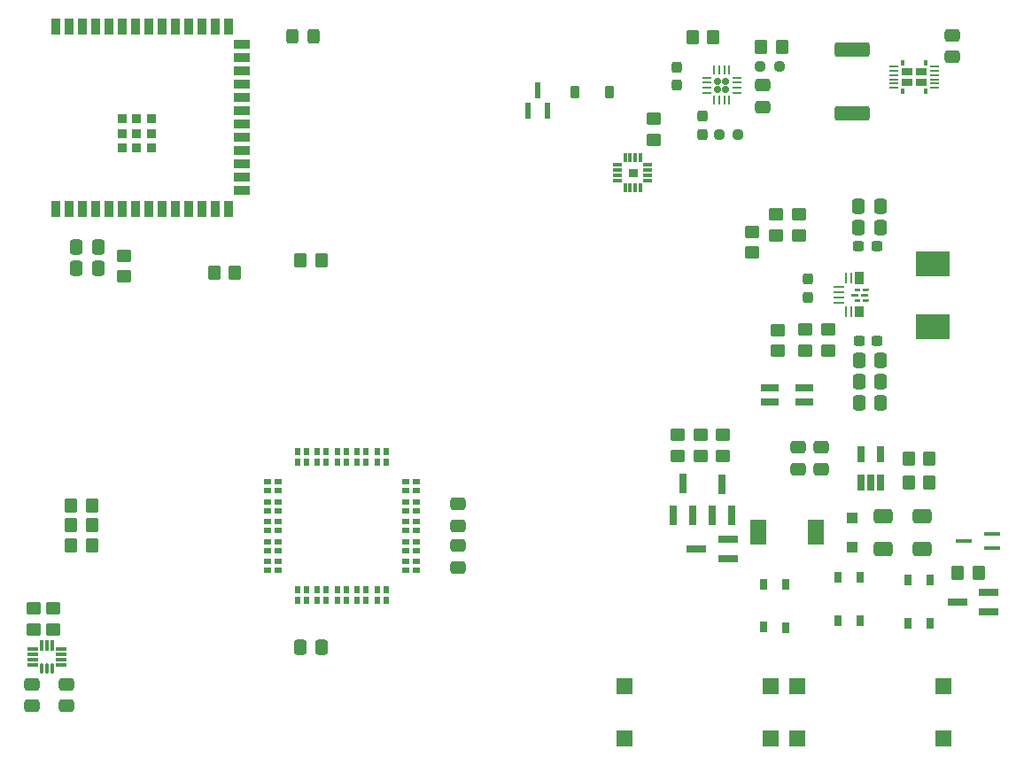
<source format=gtp>
G04 #@! TF.GenerationSoftware,KiCad,Pcbnew,7.0.7*
G04 #@! TF.CreationDate,2023-10-14T22:43:34-04:00*
G04 #@! TF.ProjectId,boardlock,626f6172-646c-46f6-936b-2e6b69636164,rev?*
G04 #@! TF.SameCoordinates,Original*
G04 #@! TF.FileFunction,Paste,Top*
G04 #@! TF.FilePolarity,Positive*
%FSLAX46Y46*%
G04 Gerber Fmt 4.6, Leading zero omitted, Abs format (unit mm)*
G04 Created by KiCad (PCBNEW 7.0.7) date 2023-10-14 22:43:34*
%MOMM*%
%LPD*%
G01*
G04 APERTURE LIST*
G04 Aperture macros list*
%AMRoundRect*
0 Rectangle with rounded corners*
0 $1 Rounding radius*
0 $2 $3 $4 $5 $6 $7 $8 $9 X,Y pos of 4 corners*
0 Add a 4 corners polygon primitive as box body*
4,1,4,$2,$3,$4,$5,$6,$7,$8,$9,$2,$3,0*
0 Add four circle primitives for the rounded corners*
1,1,$1+$1,$2,$3*
1,1,$1+$1,$4,$5*
1,1,$1+$1,$6,$7*
1,1,$1+$1,$8,$9*
0 Add four rect primitives between the rounded corners*
20,1,$1+$1,$2,$3,$4,$5,0*
20,1,$1+$1,$4,$5,$6,$7,0*
20,1,$1+$1,$6,$7,$8,$9,0*
20,1,$1+$1,$8,$9,$2,$3,0*%
G04 Aperture macros list end*
%ADD10C,0.010000*%
%ADD11RoundRect,0.237500X0.250000X0.237500X-0.250000X0.237500X-0.250000X-0.237500X0.250000X-0.237500X0*%
%ADD12RoundRect,0.250000X-0.450000X0.350000X-0.450000X-0.350000X0.450000X-0.350000X0.450000X0.350000X0*%
%ADD13RoundRect,0.250000X-0.350000X-0.450000X0.350000X-0.450000X0.350000X0.450000X-0.350000X0.450000X0*%
%ADD14RoundRect,0.250000X0.650000X-0.412500X0.650000X0.412500X-0.650000X0.412500X-0.650000X-0.412500X0*%
%ADD15RoundRect,0.250000X-0.337500X-0.475000X0.337500X-0.475000X0.337500X0.475000X-0.337500X0.475000X0*%
%ADD16R,0.599999X1.500000*%
%ADD17RoundRect,0.237500X0.237500X-0.300000X0.237500X0.300000X-0.237500X0.300000X-0.237500X-0.300000X0*%
%ADD18R,0.800000X1.900000*%
%ADD19RoundRect,0.087500X-0.437500X-0.087500X0.437500X-0.087500X0.437500X0.087500X-0.437500X0.087500X0*%
%ADD20RoundRect,0.087500X-0.087500X-0.412500X0.087500X-0.412500X0.087500X0.412500X-0.087500X0.412500X0*%
%ADD21RoundRect,0.087500X-0.087500X-0.462500X0.087500X-0.462500X0.087500X0.462500X-0.087500X0.462500X0*%
%ADD22RoundRect,0.237500X-0.300000X-0.237500X0.300000X-0.237500X0.300000X0.237500X-0.300000X0.237500X0*%
%ADD23R,0.650000X1.050000*%
%ADD24RoundRect,0.250000X-0.475000X0.337500X-0.475000X-0.337500X0.475000X-0.337500X0.475000X0.337500X0*%
%ADD25R,1.790000X0.800000*%
%ADD26R,1.500000X2.400000*%
%ADD27R,1.900000X0.800000*%
%ADD28RoundRect,0.249999X-1.425001X0.450001X-1.425001X-0.450001X1.425001X-0.450001X1.425001X0.450001X0*%
%ADD29RoundRect,0.160000X0.160000X0.160000X-0.160000X0.160000X-0.160000X-0.160000X0.160000X-0.160000X0*%
%ADD30RoundRect,0.062500X0.375000X0.062500X-0.375000X0.062500X-0.375000X-0.062500X0.375000X-0.062500X0*%
%ADD31RoundRect,0.062500X0.062500X0.375000X-0.062500X0.375000X-0.062500X-0.375000X0.062500X-0.375000X0*%
%ADD32R,1.049999X0.240000*%
%ADD33R,0.240000X0.999999*%
%ADD34R,0.849998X1.050000*%
%ADD35R,0.850000X1.150000*%
%ADD36R,0.245000X1.099999*%
%ADD37R,0.240000X1.099999*%
%ADD38RoundRect,0.250000X0.450000X-0.350000X0.450000X0.350000X-0.450000X0.350000X-0.450000X-0.350000X0*%
%ADD39R,0.200000X0.200000*%
%ADD40O,0.850000X0.200000*%
%ADD41R,0.400000X0.575000*%
%ADD42R,1.100000X0.775000*%
%ADD43RoundRect,0.237500X-0.250000X-0.237500X0.250000X-0.237500X0.250000X0.237500X-0.250000X0.237500X0*%
%ADD44R,1.500000X0.450000*%
%ADD45R,0.650000X1.560000*%
%ADD46R,0.720000X0.580000*%
%ADD47R,0.580000X0.720000*%
%ADD48RoundRect,0.250000X0.350000X0.450000X-0.350000X0.450000X-0.350000X-0.450000X0.350000X-0.450000X0*%
%ADD49RoundRect,0.250000X0.475000X-0.337500X0.475000X0.337500X-0.475000X0.337500X-0.475000X-0.337500X0*%
%ADD50RoundRect,0.008100X-0.411900X-0.126900X0.411900X-0.126900X0.411900X0.126900X-0.411900X0.126900X0*%
%ADD51RoundRect,0.008100X0.126900X-0.411900X0.126900X0.411900X-0.126900X0.411900X-0.126900X-0.411900X0*%
%ADD52R,0.900000X1.500000*%
%ADD53R,1.500000X0.900000*%
%ADD54R,0.900000X0.900000*%
%ADD55R,3.251200X2.489200*%
%ADD56R,1.550000X1.600000*%
%ADD57RoundRect,0.250000X0.337500X0.475000X-0.337500X0.475000X-0.337500X-0.475000X0.337500X-0.475000X0*%
%ADD58RoundRect,0.250000X0.325000X0.450000X-0.325000X0.450000X-0.325000X-0.450000X0.325000X-0.450000X0*%
%ADD59RoundRect,0.225000X0.225000X0.375000X-0.225000X0.375000X-0.225000X-0.375000X0.225000X-0.375000X0*%
%ADD60RoundRect,0.250000X0.300000X-0.300000X0.300000X0.300000X-0.300000X0.300000X-0.300000X-0.300000X0*%
%ADD61RoundRect,0.237500X-0.237500X0.300000X-0.237500X-0.300000X0.237500X-0.300000X0.237500X0.300000X0*%
G04 APERTURE END LIST*
G36*
X191366155Y-92560562D02*
G01*
X191375535Y-92563406D01*
X191384179Y-92568027D01*
X191391756Y-92574245D01*
X191397974Y-92581821D01*
X191402594Y-92590465D01*
X191405439Y-92599845D01*
X191406402Y-92609601D01*
X191406402Y-92759599D01*
X191405439Y-92769355D01*
X191402594Y-92778735D01*
X191397974Y-92787379D01*
X191391756Y-92794955D01*
X191384179Y-92801173D01*
X191375535Y-92805794D01*
X191366155Y-92808638D01*
X191356402Y-92809598D01*
X190736400Y-92809598D01*
X190726644Y-92808638D01*
X190717264Y-92805794D01*
X190708620Y-92801173D01*
X190701044Y-92794955D01*
X190694826Y-92787379D01*
X190690205Y-92778735D01*
X190687361Y-92769355D01*
X190686400Y-92759599D01*
X190686400Y-92609601D01*
X190687361Y-92599845D01*
X190690205Y-92590465D01*
X190694826Y-92581821D01*
X190701044Y-92574245D01*
X190708620Y-92568027D01*
X190717264Y-92563406D01*
X190726644Y-92560562D01*
X190736400Y-92559602D01*
X191356402Y-92559602D01*
X191366155Y-92560562D01*
G37*
G36*
X191541654Y-92060563D02*
G01*
X191551034Y-92063407D01*
X191559678Y-92068028D01*
X191567255Y-92074246D01*
X191573473Y-92081822D01*
X191578095Y-92090466D01*
X191580940Y-92099846D01*
X191581900Y-92109602D01*
X191581900Y-92259602D01*
X191580940Y-92269356D01*
X191578095Y-92278736D01*
X191573473Y-92287380D01*
X191567255Y-92294956D01*
X191559678Y-92301174D01*
X191551034Y-92305795D01*
X191541654Y-92308639D01*
X191531900Y-92309602D01*
X191056900Y-92309602D01*
X191047146Y-92308639D01*
X191037766Y-92305795D01*
X191029123Y-92301174D01*
X191021546Y-92294956D01*
X191015328Y-92287380D01*
X191010705Y-92278736D01*
X191007860Y-92269356D01*
X191006900Y-92259602D01*
X191006900Y-92109602D01*
X191007860Y-92099846D01*
X191010705Y-92090466D01*
X191015328Y-92081822D01*
X191021546Y-92074246D01*
X191029123Y-92068028D01*
X191037766Y-92063407D01*
X191047146Y-92060563D01*
X191056900Y-92059603D01*
X191531900Y-92059603D01*
X191541654Y-92060563D01*
G37*
G36*
X191541654Y-93060561D02*
G01*
X191551034Y-93063405D01*
X191559678Y-93068026D01*
X191567255Y-93074244D01*
X191573473Y-93081820D01*
X191578095Y-93090464D01*
X191580940Y-93099844D01*
X191581900Y-93109598D01*
X191581900Y-93259598D01*
X191580940Y-93269354D01*
X191578095Y-93278734D01*
X191573473Y-93287378D01*
X191567255Y-93294954D01*
X191559678Y-93301172D01*
X191551034Y-93305793D01*
X191541654Y-93308637D01*
X191531900Y-93309597D01*
X191056900Y-93309597D01*
X191047146Y-93308637D01*
X191037766Y-93305793D01*
X191029123Y-93301172D01*
X191021546Y-93294954D01*
X191015328Y-93287378D01*
X191010705Y-93278734D01*
X191007860Y-93269354D01*
X191006900Y-93259598D01*
X191006900Y-93109598D01*
X191007860Y-93099844D01*
X191010705Y-93090464D01*
X191015328Y-93081820D01*
X191021546Y-93074244D01*
X191029123Y-93068026D01*
X191037766Y-93063405D01*
X191047146Y-93060561D01*
X191056900Y-93059598D01*
X191531900Y-93059598D01*
X191541654Y-93060561D01*
G37*
G36*
X191766154Y-91335563D02*
G01*
X191775535Y-91338408D01*
X191784178Y-91343028D01*
X191791755Y-91349246D01*
X191797973Y-91356823D01*
X191802596Y-91365466D01*
X191805441Y-91374846D01*
X191806401Y-91384600D01*
X191806401Y-91534600D01*
X191805441Y-91544356D01*
X191802596Y-91553736D01*
X191797973Y-91562380D01*
X191791755Y-91569957D01*
X191784178Y-91576174D01*
X191775535Y-91580795D01*
X191766154Y-91583640D01*
X191756401Y-91584600D01*
X191106400Y-91584600D01*
X191096646Y-91583640D01*
X191087266Y-91580795D01*
X191078622Y-91576174D01*
X191071045Y-91569957D01*
X191064827Y-91562380D01*
X191060205Y-91553736D01*
X191057360Y-91544356D01*
X191056400Y-91534600D01*
X191056400Y-91384600D01*
X191057360Y-91374846D01*
X191060205Y-91365466D01*
X191064827Y-91356823D01*
X191071045Y-91349246D01*
X191078622Y-91343028D01*
X191087266Y-91338408D01*
X191096646Y-91335563D01*
X191106400Y-91334600D01*
X191756401Y-91334600D01*
X191766154Y-91335563D01*
G37*
G36*
X191766154Y-93785560D02*
G01*
X191775535Y-93788405D01*
X191784178Y-93793026D01*
X191791755Y-93799243D01*
X191797973Y-93806820D01*
X191802596Y-93815464D01*
X191805441Y-93824844D01*
X191806401Y-93834600D01*
X191806401Y-93984600D01*
X191805441Y-93994354D01*
X191802596Y-94003734D01*
X191797973Y-94012377D01*
X191791755Y-94019954D01*
X191784178Y-94026172D01*
X191775535Y-94030792D01*
X191766154Y-94033637D01*
X191756401Y-94034600D01*
X191106400Y-94034600D01*
X191096646Y-94033637D01*
X191087266Y-94030792D01*
X191078622Y-94026172D01*
X191071045Y-94019954D01*
X191064827Y-94012377D01*
X191060205Y-94003734D01*
X191057360Y-93994354D01*
X191056400Y-93984600D01*
X191056400Y-93834600D01*
X191057360Y-93824844D01*
X191060205Y-93815464D01*
X191064827Y-93806820D01*
X191071045Y-93799243D01*
X191078622Y-93793026D01*
X191087266Y-93788405D01*
X191096646Y-93785560D01*
X191106400Y-93784600D01*
X191756401Y-93784600D01*
X191766154Y-93785560D01*
G37*
G36*
X191266153Y-93785560D02*
G01*
X191275533Y-93788405D01*
X191284177Y-93793028D01*
X191291754Y-93799246D01*
X191297971Y-93806823D01*
X191302592Y-93815466D01*
X191305437Y-93824847D01*
X191306399Y-93834600D01*
X191306399Y-94334599D01*
X191305437Y-94344353D01*
X191302592Y-94353733D01*
X191297971Y-94362377D01*
X191291754Y-94369954D01*
X191284177Y-94376171D01*
X191275533Y-94380794D01*
X191266153Y-94383639D01*
X191256399Y-94384599D01*
X191106400Y-94384599D01*
X191096643Y-94383639D01*
X191087263Y-94380794D01*
X191078620Y-94376171D01*
X191071043Y-94369954D01*
X191064825Y-94362377D01*
X191060205Y-94353733D01*
X191057360Y-94344353D01*
X191056400Y-94334599D01*
X191056400Y-93834600D01*
X191057360Y-93824847D01*
X191060205Y-93815466D01*
X191064825Y-93806823D01*
X191071043Y-93799246D01*
X191078620Y-93793028D01*
X191087263Y-93788405D01*
X191096643Y-93785560D01*
X191106400Y-93784600D01*
X191256399Y-93784600D01*
X191266153Y-93785560D01*
G37*
G36*
X191266153Y-90985561D02*
G01*
X191275533Y-90988406D01*
X191284177Y-90993029D01*
X191291754Y-90999246D01*
X191297971Y-91006823D01*
X191302592Y-91015467D01*
X191305437Y-91024847D01*
X191306399Y-91034601D01*
X191306399Y-91534600D01*
X191305437Y-91544353D01*
X191302592Y-91553734D01*
X191297971Y-91562377D01*
X191291754Y-91569954D01*
X191284177Y-91576172D01*
X191275533Y-91580795D01*
X191266153Y-91583640D01*
X191256399Y-91584600D01*
X191106400Y-91584600D01*
X191096643Y-91583640D01*
X191087263Y-91580795D01*
X191078620Y-91576172D01*
X191071043Y-91569954D01*
X191064825Y-91562377D01*
X191060205Y-91553734D01*
X191057360Y-91544353D01*
X191056400Y-91534600D01*
X191056400Y-91034601D01*
X191057360Y-91024847D01*
X191060205Y-91015467D01*
X191064825Y-91006823D01*
X191071043Y-90999246D01*
X191078620Y-90993029D01*
X191087263Y-90988406D01*
X191096643Y-90985561D01*
X191106400Y-90984601D01*
X191256399Y-90984601D01*
X191266153Y-90985561D01*
G37*
G36*
X192286156Y-92560562D02*
G01*
X192295536Y-92563406D01*
X192304180Y-92568027D01*
X192311757Y-92574245D01*
X192317975Y-92581821D01*
X192322595Y-92590465D01*
X192325440Y-92599845D01*
X192326402Y-92609601D01*
X192326402Y-92759599D01*
X192325440Y-92769355D01*
X192322595Y-92778735D01*
X192317975Y-92787379D01*
X192311757Y-92794955D01*
X192304180Y-92801173D01*
X192295536Y-92805794D01*
X192286156Y-92808638D01*
X192276402Y-92809598D01*
X191656401Y-92809598D01*
X191646645Y-92808638D01*
X191637265Y-92805794D01*
X191628621Y-92801173D01*
X191621044Y-92794955D01*
X191614826Y-92787379D01*
X191610206Y-92778735D01*
X191607361Y-92769355D01*
X191606401Y-92759599D01*
X191606401Y-92609601D01*
X191607361Y-92599845D01*
X191610206Y-92590465D01*
X191614826Y-92581821D01*
X191621044Y-92574245D01*
X191628621Y-92568027D01*
X191637265Y-92563406D01*
X191646645Y-92560562D01*
X191656401Y-92559602D01*
X192276402Y-92559602D01*
X192286156Y-92560562D01*
G37*
G36*
X191766157Y-93785560D02*
G01*
X191775537Y-93788405D01*
X191784181Y-93793028D01*
X191791758Y-93799246D01*
X191797976Y-93806823D01*
X191802596Y-93815466D01*
X191805441Y-93824847D01*
X191806401Y-93834600D01*
X191806401Y-94334599D01*
X191805441Y-94344353D01*
X191802596Y-94353733D01*
X191797976Y-94362377D01*
X191791758Y-94369954D01*
X191784181Y-94376171D01*
X191775537Y-94380794D01*
X191766157Y-94383639D01*
X191756401Y-94384599D01*
X191606401Y-94384599D01*
X191596648Y-94383639D01*
X191587267Y-94380794D01*
X191578624Y-94376171D01*
X191571047Y-94369954D01*
X191564829Y-94362377D01*
X191560209Y-94353733D01*
X191557364Y-94344353D01*
X191556401Y-94334599D01*
X191556401Y-93834600D01*
X191557364Y-93824847D01*
X191560209Y-93815466D01*
X191564829Y-93806823D01*
X191571047Y-93799246D01*
X191578624Y-93793028D01*
X191587267Y-93788405D01*
X191596648Y-93785560D01*
X191606401Y-93784600D01*
X191756401Y-93784600D01*
X191766157Y-93785560D01*
G37*
G36*
X191766157Y-90985561D02*
G01*
X191775537Y-90988406D01*
X191784181Y-90993029D01*
X191791758Y-90999246D01*
X191797976Y-91006823D01*
X191802596Y-91015467D01*
X191805441Y-91024847D01*
X191806401Y-91034601D01*
X191806401Y-91534600D01*
X191805441Y-91544353D01*
X191802596Y-91553734D01*
X191797976Y-91562377D01*
X191791758Y-91569954D01*
X191784181Y-91576172D01*
X191775537Y-91580795D01*
X191766157Y-91583640D01*
X191756401Y-91584600D01*
X191606401Y-91584600D01*
X191596648Y-91583640D01*
X191587267Y-91580795D01*
X191578624Y-91576172D01*
X191571047Y-91569954D01*
X191564829Y-91562377D01*
X191560209Y-91553734D01*
X191557364Y-91544353D01*
X191556401Y-91534600D01*
X191556401Y-91034601D01*
X191557364Y-91024847D01*
X191560209Y-91015467D01*
X191564829Y-91006823D01*
X191571047Y-90999246D01*
X191578624Y-90993029D01*
X191587267Y-90988406D01*
X191596648Y-90985561D01*
X191606401Y-90984601D01*
X191756401Y-90984601D01*
X191766157Y-90985561D01*
G37*
G36*
X192316654Y-92060563D02*
G01*
X192326034Y-92063407D01*
X192334678Y-92068028D01*
X192342254Y-92074246D01*
X192348472Y-92081822D01*
X192353095Y-92090466D01*
X192355940Y-92099846D01*
X192356900Y-92109602D01*
X192356900Y-92259602D01*
X192355940Y-92269356D01*
X192353095Y-92278736D01*
X192348472Y-92287380D01*
X192342254Y-92294956D01*
X192334678Y-92301174D01*
X192326034Y-92305795D01*
X192316654Y-92308639D01*
X192306900Y-92309602D01*
X191831900Y-92309602D01*
X191822146Y-92308639D01*
X191812766Y-92305795D01*
X191804122Y-92301174D01*
X191796546Y-92294956D01*
X191790328Y-92287380D01*
X191785705Y-92278736D01*
X191782860Y-92269356D01*
X191781900Y-92259602D01*
X191781900Y-92109602D01*
X191782860Y-92099846D01*
X191785705Y-92090466D01*
X191790328Y-92081822D01*
X191796546Y-92074246D01*
X191804122Y-92068028D01*
X191812766Y-92063407D01*
X191822146Y-92060563D01*
X191831900Y-92059603D01*
X192306900Y-92059603D01*
X192316654Y-92060563D01*
G37*
G36*
X192316654Y-93060561D02*
G01*
X192326034Y-93063405D01*
X192334678Y-93068026D01*
X192342254Y-93074244D01*
X192348472Y-93081820D01*
X192353095Y-93090464D01*
X192355940Y-93099844D01*
X192356900Y-93109598D01*
X192356900Y-93259598D01*
X192355940Y-93269354D01*
X192353095Y-93278734D01*
X192348472Y-93287378D01*
X192342254Y-93294954D01*
X192334678Y-93301172D01*
X192326034Y-93305793D01*
X192316654Y-93308637D01*
X192306900Y-93309597D01*
X191831900Y-93309597D01*
X191822146Y-93308637D01*
X191812766Y-93305793D01*
X191804122Y-93301172D01*
X191796546Y-93294954D01*
X191790328Y-93287378D01*
X191785705Y-93278734D01*
X191782860Y-93269354D01*
X191781900Y-93259598D01*
X191781900Y-93109598D01*
X191782860Y-93099844D01*
X191785705Y-93090464D01*
X191790328Y-93081820D01*
X191796546Y-93074244D01*
X191804122Y-93068026D01*
X191812766Y-93063405D01*
X191822146Y-93060561D01*
X191831900Y-93059598D01*
X192306900Y-93059598D01*
X192316654Y-93060561D01*
G37*
D10*
X170173000Y-81318600D02*
X169473000Y-81318600D01*
X169473000Y-80618600D01*
X170173000Y-80618600D01*
X170173000Y-81318600D01*
G36*
X170173000Y-81318600D02*
G01*
X169473000Y-81318600D01*
X169473000Y-80618600D01*
X170173000Y-80618600D01*
X170173000Y-81318600D01*
G37*
D11*
X179891700Y-77367100D03*
X178066700Y-77367100D03*
D12*
X183515000Y-84979000D03*
X183515000Y-86979000D03*
D13*
X175530000Y-68072000D03*
X177530000Y-68072000D03*
D12*
X112540000Y-122682500D03*
X112540000Y-124682500D03*
X174117000Y-106061000D03*
X174117000Y-108061000D03*
D14*
X197485000Y-116937000D03*
X197485000Y-113812000D03*
D15*
X191419400Y-84226400D03*
X193494400Y-84226400D03*
D16*
X159759999Y-75028398D03*
X161659998Y-75028398D03*
X160710000Y-73128399D03*
D17*
X174000800Y-72616200D03*
X174000800Y-70891200D03*
D18*
X173649600Y-113717200D03*
X175549600Y-113717200D03*
X174599600Y-110717200D03*
D19*
X112452500Y-126562500D03*
X112452500Y-127062500D03*
X112452500Y-127562500D03*
X112452500Y-128062500D03*
D20*
X113327500Y-128412500D03*
X113827500Y-128412500D03*
X114327500Y-128412500D03*
D19*
X115202500Y-128062500D03*
X115202500Y-127562500D03*
X115202500Y-127062500D03*
X115202500Y-126562500D03*
D21*
X114327500Y-126162500D03*
X113827500Y-126162500D03*
X113327500Y-126162500D03*
D22*
X191440900Y-97104200D03*
X193165900Y-97104200D03*
D23*
X198265000Y-119965000D03*
X198265000Y-124115000D03*
X196115000Y-119965000D03*
X196115000Y-124090000D03*
D15*
X191447600Y-100965000D03*
X193522600Y-100965000D03*
D24*
X115697000Y-129899500D03*
X115697000Y-131974500D03*
D25*
X186176000Y-102935000D03*
X186176000Y-101535000D03*
X182886000Y-101535000D03*
X182886000Y-102935000D03*
D13*
X200858000Y-119265000D03*
X202858000Y-119265000D03*
D26*
X181806400Y-115323700D03*
X187306400Y-115323700D03*
D27*
X178900000Y-117930000D03*
X178900000Y-116030000D03*
X175900000Y-116980000D03*
D28*
X190804800Y-69185600D03*
X190804800Y-75285600D03*
D12*
X121170000Y-88910000D03*
X121170000Y-90910000D03*
D29*
X178708000Y-73044000D03*
X178708000Y-72244000D03*
X177908000Y-73044000D03*
X177908000Y-72244000D03*
D30*
X179745500Y-73394000D03*
X179745500Y-72894000D03*
X179745500Y-72394000D03*
X179745500Y-71894000D03*
D31*
X179058000Y-71206500D03*
X178558000Y-71206500D03*
X178058000Y-71206500D03*
X177558000Y-71206500D03*
D30*
X176870500Y-71894000D03*
X176870500Y-72394000D03*
X176870500Y-72894000D03*
X176870500Y-73394000D03*
D31*
X177558000Y-74081500D03*
X178058000Y-74081500D03*
X178558000Y-74081500D03*
X179058000Y-74081500D03*
D32*
X189531400Y-91934599D03*
X189531400Y-92434598D03*
X189531400Y-92934600D03*
X189531400Y-93434598D03*
D33*
X190181400Y-94284600D03*
X190681399Y-94284600D03*
D34*
X191431399Y-94259600D03*
X191431399Y-94259600D03*
D35*
X191431400Y-91059600D03*
X191431400Y-91059600D03*
D36*
X190683900Y-91034600D03*
D37*
X190181400Y-91034600D03*
D12*
X185674000Y-84979000D03*
X185674000Y-86979000D03*
D13*
X116110000Y-114690000D03*
X118110000Y-114690000D03*
X138050000Y-89408000D03*
X140050000Y-89408000D03*
X182094000Y-68985100D03*
X184094000Y-68985100D03*
D38*
X171831000Y-77835000D03*
X171831000Y-75835000D03*
D39*
X199008000Y-72861500D03*
D40*
X198683000Y-72861500D03*
D39*
X199008000Y-72461500D03*
D40*
X198683000Y-72461500D03*
D39*
X199008000Y-72061500D03*
D40*
X198683000Y-72061500D03*
D39*
X199008000Y-71661500D03*
D40*
X198683000Y-71661500D03*
D39*
X199008000Y-71261500D03*
D40*
X198683000Y-71261500D03*
D39*
X199008000Y-70861500D03*
D40*
X198683000Y-70861500D03*
X194733000Y-70861500D03*
D39*
X194408000Y-70861500D03*
D40*
X194733000Y-71261500D03*
D39*
X194408000Y-71261500D03*
D40*
X194733000Y-71661500D03*
D39*
X194408000Y-71661500D03*
D40*
X194733000Y-72061500D03*
D39*
X194408000Y-72061500D03*
D40*
X194733000Y-72461500D03*
D39*
X194408000Y-72461500D03*
D40*
X194733000Y-72861500D03*
D39*
X194408000Y-72861500D03*
D41*
X197808000Y-73226500D03*
X197808000Y-70496500D03*
D42*
X197358000Y-72349000D03*
X197358000Y-71374000D03*
X196058000Y-72349000D03*
X196058000Y-71374000D03*
D41*
X195608000Y-73226500D03*
X195608000Y-70496500D03*
D22*
X191416600Y-88036400D03*
X193141600Y-88036400D03*
D12*
X176276000Y-106061000D03*
X176276000Y-108061000D03*
D43*
X181978300Y-70813900D03*
X183803300Y-70813900D03*
D44*
X204149000Y-116855000D03*
X204149000Y-115555000D03*
X201489000Y-116205000D03*
D45*
X191607400Y-110650000D03*
X192557400Y-110650000D03*
X193507400Y-110650000D03*
X193507400Y-107950000D03*
X191607400Y-107950000D03*
D12*
X181229000Y-86630000D03*
X181229000Y-88630000D03*
D14*
X193776600Y-116937000D03*
X193776600Y-113812000D03*
D12*
X114440000Y-122682500D03*
X114440000Y-124682500D03*
D24*
X185597800Y-107246500D03*
X185597800Y-109321500D03*
X182230400Y-72642700D03*
X182230400Y-74717700D03*
D46*
X149090000Y-119015000D03*
X149090000Y-118165000D03*
X149090000Y-117115000D03*
X149090000Y-116265000D03*
X149090000Y-115215000D03*
X149090000Y-114365000D03*
X149090000Y-113315000D03*
X149090000Y-112465000D03*
X149090000Y-111415000D03*
X149090000Y-110565000D03*
X148090000Y-119015000D03*
X148090000Y-118165000D03*
X148090000Y-117115000D03*
X148090000Y-116265000D03*
X148090000Y-115215000D03*
X148090000Y-114365000D03*
X148090000Y-113315000D03*
X148090000Y-112465000D03*
X148090000Y-111415000D03*
X148090000Y-110565000D03*
D47*
X146215000Y-121890000D03*
X146215000Y-120890000D03*
X146215000Y-108690000D03*
X146215000Y-107690000D03*
X145365000Y-121890000D03*
X145365000Y-120890000D03*
X145365000Y-108690000D03*
X145365000Y-107690000D03*
X144315000Y-121890000D03*
X144315000Y-120890000D03*
X144315000Y-108690000D03*
X144315000Y-107690000D03*
X143465000Y-121890000D03*
X143465000Y-120890000D03*
X143465000Y-108690000D03*
X143465000Y-107690000D03*
X142415000Y-121890000D03*
X142415000Y-120890000D03*
X142415000Y-108690000D03*
X142415000Y-107690000D03*
X141565000Y-121890000D03*
X141565000Y-120890000D03*
X141565000Y-108690000D03*
X141565000Y-107690000D03*
X140515000Y-121890000D03*
X140515000Y-120890000D03*
X140515000Y-108690000D03*
X140515000Y-107690000D03*
X139665000Y-121890000D03*
X139665000Y-120890000D03*
X139665000Y-108690000D03*
X139665000Y-107690000D03*
X138615000Y-121890000D03*
X138615000Y-120890000D03*
X138615000Y-108690000D03*
X138615000Y-107690000D03*
X137765000Y-121890000D03*
X137765000Y-120890000D03*
X137765000Y-108690000D03*
X137765000Y-107690000D03*
D46*
X135890000Y-119015000D03*
X135890000Y-118165000D03*
X135890000Y-117115000D03*
X135890000Y-116265000D03*
X135890000Y-115215000D03*
X135890000Y-114365000D03*
X135890000Y-113315000D03*
X135890000Y-112465000D03*
X135890000Y-111415000D03*
X135890000Y-110565000D03*
X134890000Y-119015000D03*
X134890000Y-118165000D03*
X134890000Y-117115000D03*
X134890000Y-116265000D03*
X134890000Y-115215000D03*
X134890000Y-114365000D03*
X134890000Y-113315000D03*
X134890000Y-112465000D03*
X134890000Y-111415000D03*
X134890000Y-110565000D03*
D48*
X198180200Y-108364100D03*
X196180200Y-108364100D03*
D49*
X153120000Y-114757500D03*
X153120000Y-112682500D03*
D15*
X191419400Y-86258400D03*
X193494400Y-86258400D03*
D50*
X168388000Y-80218600D03*
X168388000Y-80718600D03*
X168388000Y-81218600D03*
X168388000Y-81718600D03*
D51*
X169073000Y-82403600D03*
X169573000Y-82403600D03*
X170073000Y-82403600D03*
X170573000Y-82403600D03*
D50*
X171258000Y-81718600D03*
X171258000Y-81218600D03*
X171258000Y-80718600D03*
X171258000Y-80218600D03*
D51*
X170573000Y-79533600D03*
X170073000Y-79533600D03*
X169573000Y-79533600D03*
X169073000Y-79533600D03*
D52*
X114691800Y-84483800D03*
X115961800Y-84483800D03*
X117231800Y-84483800D03*
X118501800Y-84483800D03*
X119771800Y-84483800D03*
X121041800Y-84483800D03*
X122311800Y-84483800D03*
X123581800Y-84483800D03*
X124851800Y-84483800D03*
X126121800Y-84483800D03*
X127391800Y-84483800D03*
X128661800Y-84483800D03*
X129931800Y-84483800D03*
X131201800Y-84483800D03*
D53*
X132451800Y-82718800D03*
X132451800Y-81448800D03*
X132451800Y-80178800D03*
X132451800Y-78908800D03*
X132451800Y-77638800D03*
X132451800Y-76368800D03*
X132451800Y-75098800D03*
X132451800Y-73828800D03*
X132451800Y-72558800D03*
X132451800Y-71288800D03*
X132451800Y-70018800D03*
X132451800Y-68748800D03*
D52*
X131201800Y-66983800D03*
X129931800Y-66983800D03*
X128661800Y-66983800D03*
X127391800Y-66983800D03*
X126121800Y-66983800D03*
X124851800Y-66983800D03*
X123581800Y-66983800D03*
X122311800Y-66983800D03*
X121041800Y-66983800D03*
X119771800Y-66983800D03*
X118501800Y-66983800D03*
X117231800Y-66983800D03*
X115961800Y-66983800D03*
X114691800Y-66983800D03*
D54*
X121011800Y-78633800D03*
X122411800Y-78633800D03*
X123811800Y-78633800D03*
X123811800Y-78633800D03*
X121011800Y-77233800D03*
X121011800Y-77233800D03*
X122411800Y-77233800D03*
X123811800Y-77233800D03*
X121011800Y-75833800D03*
X122411800Y-75833800D03*
X123811800Y-75833800D03*
D55*
X198501000Y-89687400D03*
X198501000Y-95681800D03*
D56*
X169047000Y-130088000D03*
X182997000Y-130088000D03*
X169047000Y-135088000D03*
X182997000Y-135088000D03*
D15*
X191443700Y-103022400D03*
X193518700Y-103022400D03*
D24*
X187833000Y-107246500D03*
X187833000Y-109321500D03*
D13*
X129810000Y-90551000D03*
X131810000Y-90551000D03*
D57*
X118717400Y-90174200D03*
X116642400Y-90174200D03*
D56*
X185557000Y-130088000D03*
X199507000Y-130088000D03*
X185557000Y-135088000D03*
X199507000Y-135088000D03*
D38*
X186339400Y-97977200D03*
X186339400Y-95977200D03*
D23*
X191580000Y-119700000D03*
X191580000Y-123850000D03*
X189430000Y-119700000D03*
X189430000Y-123825000D03*
D18*
X177408800Y-113768000D03*
X179308800Y-113768000D03*
X178358800Y-110768000D03*
D57*
X140087500Y-126380000D03*
X138012500Y-126380000D03*
D15*
X191447600Y-98907600D03*
X193522600Y-98907600D03*
D27*
X203866000Y-123009000D03*
X203866000Y-121109000D03*
X200866000Y-122059000D03*
D58*
X139302500Y-67940000D03*
X137252500Y-67940000D03*
D59*
X167554200Y-73304400D03*
X164254200Y-73304400D03*
D60*
X190754000Y-116825300D03*
X190754000Y-114025300D03*
D57*
X118717400Y-88142200D03*
X116642400Y-88142200D03*
D23*
X184450000Y-120330000D03*
X184450000Y-124480000D03*
X182300000Y-120330000D03*
X182300000Y-124455000D03*
D13*
X116140000Y-116620000D03*
X118140000Y-116620000D03*
D24*
X153120000Y-116652500D03*
X153120000Y-118727500D03*
D12*
X178435000Y-106061000D03*
X178435000Y-108061000D03*
D38*
X183642000Y-98028000D03*
X183642000Y-96028000D03*
D13*
X196180200Y-110650100D03*
X198180200Y-110650100D03*
D24*
X112395000Y-129899500D03*
X112395000Y-131974500D03*
D49*
X200355200Y-69922300D03*
X200355200Y-67847300D03*
D13*
X116120000Y-112790000D03*
X118120000Y-112790000D03*
D17*
X186593400Y-92913200D03*
X186593400Y-91188200D03*
D38*
X188498400Y-97977200D03*
X188498400Y-95977200D03*
D61*
X176515400Y-75590200D03*
X176515400Y-77315200D03*
M02*

</source>
